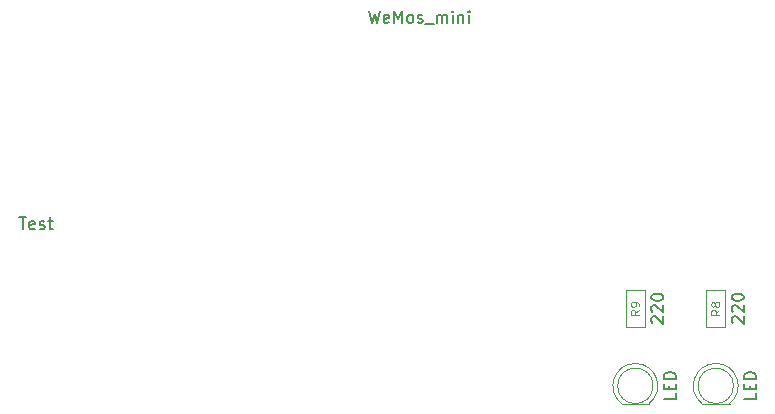
<source format=gbr>
G04 #@! TF.FileFunction,Other,Fab,Top*
%FSLAX46Y46*%
G04 Gerber Fmt 4.6, Leading zero omitted, Abs format (unit mm)*
G04 Created by KiCad (PCBNEW 4.0.7-e2-6376~61~ubuntu18.04.1) date Mon Dec  9 13:49:04 2019*
%MOMM*%
%LPD*%
G01*
G04 APERTURE LIST*
%ADD10C,0.100000*%
%ADD11C,0.150000*%
%ADD12C,0.105000*%
G04 APERTURE END LIST*
D10*
X109623476Y-75363755D02*
G75*
G03X107291810Y-75363200I-1165476J1500555D01*
G01*
X109958000Y-73863200D02*
G75*
G03X109958000Y-73863200I-1500000J0D01*
G01*
X107291810Y-75363200D02*
X109624190Y-75363200D01*
X102816276Y-75363755D02*
G75*
G03X100484610Y-75363200I-1165476J1500555D01*
G01*
X103150800Y-73863200D02*
G75*
G03X103150800Y-73863200I-1500000J0D01*
G01*
X100484610Y-75363200D02*
X102816990Y-75363200D01*
X109258000Y-68910000D02*
X107658000Y-68910000D01*
X109258000Y-65710000D02*
X109258000Y-68910000D01*
X107658000Y-65710000D02*
X109258000Y-65710000D01*
X107658000Y-68910000D02*
X107658000Y-65710000D01*
X102450800Y-68910000D02*
X100850800Y-68910000D01*
X102450800Y-65710000D02*
X102450800Y-68910000D01*
X100850800Y-65710000D02*
X102450800Y-65710000D01*
X100850800Y-68910000D02*
X100850800Y-65710000D01*
D11*
X111870381Y-74506057D02*
X111870381Y-74982248D01*
X110870381Y-74982248D01*
X111346571Y-74172724D02*
X111346571Y-73839390D01*
X111870381Y-73696533D02*
X111870381Y-74172724D01*
X110870381Y-74172724D01*
X110870381Y-73696533D01*
X111870381Y-73267962D02*
X110870381Y-73267962D01*
X110870381Y-73029867D01*
X110918000Y-72887009D01*
X111013238Y-72791771D01*
X111108476Y-72744152D01*
X111298952Y-72696533D01*
X111441810Y-72696533D01*
X111632286Y-72744152D01*
X111727524Y-72791771D01*
X111822762Y-72887009D01*
X111870381Y-73029867D01*
X111870381Y-73267962D01*
X105063181Y-74506057D02*
X105063181Y-74982248D01*
X104063181Y-74982248D01*
X104539371Y-74172724D02*
X104539371Y-73839390D01*
X105063181Y-73696533D02*
X105063181Y-74172724D01*
X104063181Y-74172724D01*
X104063181Y-73696533D01*
X105063181Y-73267962D02*
X104063181Y-73267962D01*
X104063181Y-73029867D01*
X104110800Y-72887009D01*
X104206038Y-72791771D01*
X104301276Y-72744152D01*
X104491752Y-72696533D01*
X104634610Y-72696533D01*
X104825086Y-72744152D01*
X104920324Y-72791771D01*
X105015562Y-72887009D01*
X105063181Y-73029867D01*
X105063181Y-73267962D01*
X49496838Y-59599581D02*
X50068267Y-59599581D01*
X49782552Y-60599581D02*
X49782552Y-59599581D01*
X50782553Y-60551962D02*
X50687315Y-60599581D01*
X50496838Y-60599581D01*
X50401600Y-60551962D01*
X50353981Y-60456724D01*
X50353981Y-60075771D01*
X50401600Y-59980533D01*
X50496838Y-59932914D01*
X50687315Y-59932914D01*
X50782553Y-59980533D01*
X50830172Y-60075771D01*
X50830172Y-60171010D01*
X50353981Y-60266248D01*
X51211124Y-60551962D02*
X51306362Y-60599581D01*
X51496838Y-60599581D01*
X51592077Y-60551962D01*
X51639696Y-60456724D01*
X51639696Y-60409105D01*
X51592077Y-60313867D01*
X51496838Y-60266248D01*
X51353981Y-60266248D01*
X51258743Y-60218629D01*
X51211124Y-60123390D01*
X51211124Y-60075771D01*
X51258743Y-59980533D01*
X51353981Y-59932914D01*
X51496838Y-59932914D01*
X51592077Y-59980533D01*
X51925410Y-59932914D02*
X52306362Y-59932914D01*
X52068267Y-59599581D02*
X52068267Y-60456724D01*
X52115886Y-60551962D01*
X52211124Y-60599581D01*
X52306362Y-60599581D01*
X79138996Y-42124381D02*
X79377091Y-43124381D01*
X79567568Y-42410095D01*
X79758044Y-43124381D01*
X79996139Y-42124381D01*
X80758044Y-43076762D02*
X80662806Y-43124381D01*
X80472329Y-43124381D01*
X80377091Y-43076762D01*
X80329472Y-42981524D01*
X80329472Y-42600571D01*
X80377091Y-42505333D01*
X80472329Y-42457714D01*
X80662806Y-42457714D01*
X80758044Y-42505333D01*
X80805663Y-42600571D01*
X80805663Y-42695810D01*
X80329472Y-42791048D01*
X81234234Y-43124381D02*
X81234234Y-42124381D01*
X81567568Y-42838667D01*
X81900901Y-42124381D01*
X81900901Y-43124381D01*
X82519948Y-43124381D02*
X82424710Y-43076762D01*
X82377091Y-43029143D01*
X82329472Y-42933905D01*
X82329472Y-42648190D01*
X82377091Y-42552952D01*
X82424710Y-42505333D01*
X82519948Y-42457714D01*
X82662806Y-42457714D01*
X82758044Y-42505333D01*
X82805663Y-42552952D01*
X82853282Y-42648190D01*
X82853282Y-42933905D01*
X82805663Y-43029143D01*
X82758044Y-43076762D01*
X82662806Y-43124381D01*
X82519948Y-43124381D01*
X83234234Y-43076762D02*
X83329472Y-43124381D01*
X83519948Y-43124381D01*
X83615187Y-43076762D01*
X83662806Y-42981524D01*
X83662806Y-42933905D01*
X83615187Y-42838667D01*
X83519948Y-42791048D01*
X83377091Y-42791048D01*
X83281853Y-42743429D01*
X83234234Y-42648190D01*
X83234234Y-42600571D01*
X83281853Y-42505333D01*
X83377091Y-42457714D01*
X83519948Y-42457714D01*
X83615187Y-42505333D01*
X83853282Y-43219619D02*
X84615187Y-43219619D01*
X84853282Y-43124381D02*
X84853282Y-42457714D01*
X84853282Y-42552952D02*
X84900901Y-42505333D01*
X84996139Y-42457714D01*
X85138997Y-42457714D01*
X85234235Y-42505333D01*
X85281854Y-42600571D01*
X85281854Y-43124381D01*
X85281854Y-42600571D02*
X85329473Y-42505333D01*
X85424711Y-42457714D01*
X85567568Y-42457714D01*
X85662806Y-42505333D01*
X85710425Y-42600571D01*
X85710425Y-43124381D01*
X86186615Y-43124381D02*
X86186615Y-42457714D01*
X86186615Y-42124381D02*
X86138996Y-42172000D01*
X86186615Y-42219619D01*
X86234234Y-42172000D01*
X86186615Y-42124381D01*
X86186615Y-42219619D01*
X86662805Y-42457714D02*
X86662805Y-43124381D01*
X86662805Y-42552952D02*
X86710424Y-42505333D01*
X86805662Y-42457714D01*
X86948520Y-42457714D01*
X87043758Y-42505333D01*
X87091377Y-42600571D01*
X87091377Y-43124381D01*
X87567567Y-43124381D02*
X87567567Y-42457714D01*
X87567567Y-42124381D02*
X87519948Y-42172000D01*
X87567567Y-42219619D01*
X87615186Y-42172000D01*
X87567567Y-42124381D01*
X87567567Y-42219619D01*
X109905619Y-68548095D02*
X109858000Y-68500476D01*
X109810381Y-68405238D01*
X109810381Y-68167142D01*
X109858000Y-68071904D01*
X109905619Y-68024285D01*
X110000857Y-67976666D01*
X110096095Y-67976666D01*
X110238952Y-68024285D01*
X110810381Y-68595714D01*
X110810381Y-67976666D01*
X109905619Y-67595714D02*
X109858000Y-67548095D01*
X109810381Y-67452857D01*
X109810381Y-67214761D01*
X109858000Y-67119523D01*
X109905619Y-67071904D01*
X110000857Y-67024285D01*
X110096095Y-67024285D01*
X110238952Y-67071904D01*
X110810381Y-67643333D01*
X110810381Y-67024285D01*
X109810381Y-66405238D02*
X109810381Y-66309999D01*
X109858000Y-66214761D01*
X109905619Y-66167142D01*
X110000857Y-66119523D01*
X110191333Y-66071904D01*
X110429429Y-66071904D01*
X110619905Y-66119523D01*
X110715143Y-66167142D01*
X110762762Y-66214761D01*
X110810381Y-66309999D01*
X110810381Y-66405238D01*
X110762762Y-66500476D01*
X110715143Y-66548095D01*
X110619905Y-66595714D01*
X110429429Y-66643333D01*
X110191333Y-66643333D01*
X110000857Y-66595714D01*
X109905619Y-66548095D01*
X109858000Y-66500476D01*
X109810381Y-66405238D01*
D12*
X108774667Y-67426666D02*
X108441333Y-67660000D01*
X108774667Y-67826666D02*
X108074667Y-67826666D01*
X108074667Y-67560000D01*
X108108000Y-67493333D01*
X108141333Y-67460000D01*
X108208000Y-67426666D01*
X108308000Y-67426666D01*
X108374667Y-67460000D01*
X108408000Y-67493333D01*
X108441333Y-67560000D01*
X108441333Y-67826666D01*
X108374667Y-67026666D02*
X108341333Y-67093333D01*
X108308000Y-67126666D01*
X108241333Y-67160000D01*
X108208000Y-67160000D01*
X108141333Y-67126666D01*
X108108000Y-67093333D01*
X108074667Y-67026666D01*
X108074667Y-66893333D01*
X108108000Y-66826666D01*
X108141333Y-66793333D01*
X108208000Y-66760000D01*
X108241333Y-66760000D01*
X108308000Y-66793333D01*
X108341333Y-66826666D01*
X108374667Y-66893333D01*
X108374667Y-67026666D01*
X108408000Y-67093333D01*
X108441333Y-67126666D01*
X108508000Y-67160000D01*
X108641333Y-67160000D01*
X108708000Y-67126666D01*
X108741333Y-67093333D01*
X108774667Y-67026666D01*
X108774667Y-66893333D01*
X108741333Y-66826666D01*
X108708000Y-66793333D01*
X108641333Y-66760000D01*
X108508000Y-66760000D01*
X108441333Y-66793333D01*
X108408000Y-66826666D01*
X108374667Y-66893333D01*
D11*
X103098419Y-68548095D02*
X103050800Y-68500476D01*
X103003181Y-68405238D01*
X103003181Y-68167142D01*
X103050800Y-68071904D01*
X103098419Y-68024285D01*
X103193657Y-67976666D01*
X103288895Y-67976666D01*
X103431752Y-68024285D01*
X104003181Y-68595714D01*
X104003181Y-67976666D01*
X103098419Y-67595714D02*
X103050800Y-67548095D01*
X103003181Y-67452857D01*
X103003181Y-67214761D01*
X103050800Y-67119523D01*
X103098419Y-67071904D01*
X103193657Y-67024285D01*
X103288895Y-67024285D01*
X103431752Y-67071904D01*
X104003181Y-67643333D01*
X104003181Y-67024285D01*
X103003181Y-66405238D02*
X103003181Y-66309999D01*
X103050800Y-66214761D01*
X103098419Y-66167142D01*
X103193657Y-66119523D01*
X103384133Y-66071904D01*
X103622229Y-66071904D01*
X103812705Y-66119523D01*
X103907943Y-66167142D01*
X103955562Y-66214761D01*
X104003181Y-66309999D01*
X104003181Y-66405238D01*
X103955562Y-66500476D01*
X103907943Y-66548095D01*
X103812705Y-66595714D01*
X103622229Y-66643333D01*
X103384133Y-66643333D01*
X103193657Y-66595714D01*
X103098419Y-66548095D01*
X103050800Y-66500476D01*
X103003181Y-66405238D01*
D12*
X101967467Y-67426666D02*
X101634133Y-67660000D01*
X101967467Y-67826666D02*
X101267467Y-67826666D01*
X101267467Y-67560000D01*
X101300800Y-67493333D01*
X101334133Y-67460000D01*
X101400800Y-67426666D01*
X101500800Y-67426666D01*
X101567467Y-67460000D01*
X101600800Y-67493333D01*
X101634133Y-67560000D01*
X101634133Y-67826666D01*
X101967467Y-67093333D02*
X101967467Y-66960000D01*
X101934133Y-66893333D01*
X101900800Y-66860000D01*
X101800800Y-66793333D01*
X101667467Y-66760000D01*
X101400800Y-66760000D01*
X101334133Y-66793333D01*
X101300800Y-66826666D01*
X101267467Y-66893333D01*
X101267467Y-67026666D01*
X101300800Y-67093333D01*
X101334133Y-67126666D01*
X101400800Y-67160000D01*
X101567467Y-67160000D01*
X101634133Y-67126666D01*
X101667467Y-67093333D01*
X101700800Y-67026666D01*
X101700800Y-66893333D01*
X101667467Y-66826666D01*
X101634133Y-66793333D01*
X101567467Y-66760000D01*
M02*

</source>
